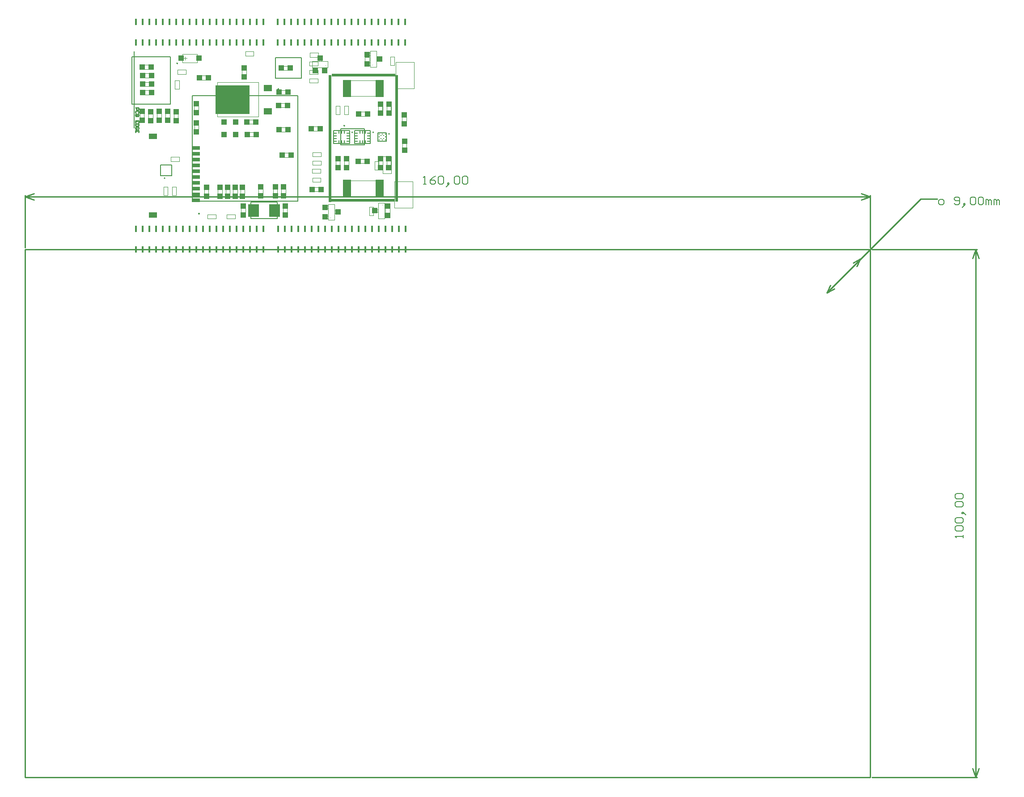
<source format=gbp>
G04*
G04 #@! TF.GenerationSoftware,Altium Limited,Altium Designer,24.4.1 (13)*
G04*
G04 Layer_Color=128*
%FSLAX44Y44*%
%MOMM*%
G71*
G04*
G04 #@! TF.SameCoordinates,044CC30A-6F31-4426-BCA9-A8A858A33F02*
G04*
G04*
G04 #@! TF.FilePolarity,Positive*
G04*
G01*
G75*
%ADD10C,0.2000*%
%ADD11C,0.1270*%
%ADD12C,0.2540*%
%ADD14C,0.1500*%
%ADD15C,0.2500*%
%ADD16C,0.1524*%
%ADD17C,0.1520*%
%ADD18C,0.1000*%
%ADD19C,0.1250*%
%ADD20R,1.1000X1.0000*%
%ADD21R,1.0000X1.1000*%
%ADD22R,12.0000X0.5000*%
%ADD25R,1.6000X3.3000*%
%ADD26R,0.5000X12.0000*%
%ADD30R,0.4500X1.2000*%
%ADD73R,1.5000X1.0000*%
%ADD74R,1.6000X0.7000*%
%ADD75R,1.0000X1.0000*%
%ADD76R,1.0000X1.0000*%
%ADD77R,1.5000X1.2000*%
%ADD78R,6.5000X5.5000*%
%ADD79R,0.4750X0.2500*%
%ADD80R,0.2500X0.4750*%
%ADD81R,2.0000X2.4000*%
%ADD82C,0.2000*%
%ADD83R,1.1000X1.1000*%
D10*
X289000Y1352250D02*
G03*
X289000Y1352250I-1000J0D01*
G01*
X265000Y1135000D02*
G03*
X265000Y1135000I-1000J0D01*
G01*
X480400Y1303650D02*
G03*
X480400Y1303650I-1000J0D01*
G01*
X330250Y1067650D02*
G03*
X330250Y1067650I-1000J0D01*
G01*
X605210Y1234250D02*
G03*
X605210Y1234250I-1000J0D01*
G01*
D11*
X202000Y1275550D02*
Y1364950D01*
Y1275550D02*
X275500D01*
Y1364950D01*
X202000D02*
X275500D01*
X206900Y1230250D02*
Y1375250D01*
X256700Y1160300D02*
X277300D01*
X256700Y1139700D02*
Y1160300D01*
Y1139700D02*
X277300D01*
Y1160300D01*
X473950Y1324150D02*
Y1363150D01*
X522950D01*
Y1324150D02*
Y1363150D01*
X473950Y1324150D02*
X522950D01*
X516750Y1091049D02*
Y1291049D01*
X316750Y1091049D02*
Y1291049D01*
X516750D01*
X316750Y1091049D02*
X516750D01*
X598000Y1228250D02*
X643000D01*
X598000Y1198250D02*
Y1228250D01*
Y1198250D02*
X643000D01*
Y1228250D01*
X654000Y1200250D02*
Y1225250D01*
X624000Y1200250D02*
X654000D01*
X624000D02*
Y1225250D01*
X654000D01*
X427750Y1090000D02*
X477750D01*
X427750Y1058000D02*
X477750D01*
Y1090000D01*
X427750Y1058000D02*
Y1090000D01*
X683800Y1204950D02*
Y1220550D01*
X668200D02*
X683800D01*
X668200Y1204950D02*
Y1220550D01*
Y1204950D02*
X683800D01*
X584500Y1225250D02*
X614500D01*
X584500Y1200250D02*
Y1225250D01*
Y1200250D02*
X614500D01*
Y1225250D01*
D12*
X1574749Y967678D02*
X1581820Y981820D01*
X1567678Y974749D02*
X1581820Y981820D01*
X1550000Y950000D02*
X1695964Y1095964D01*
X1727251D01*
X1518180Y918180D02*
X1525251Y932322D01*
X1518180Y918180D02*
X1532322Y925251D01*
X1518180Y918180D02*
X1550000Y950000D01*
X209000Y1268250D02*
X215094D01*
Y1265203D01*
X214078Y1264187D01*
X212047D01*
X211031Y1265203D01*
Y1268250D01*
X214078Y1258093D02*
X215094Y1259109D01*
Y1261140D01*
X214078Y1262156D01*
X210016D01*
X209000Y1261140D01*
Y1259109D01*
X210016Y1258093D01*
X215094Y1256062D02*
X209000D01*
Y1253015D01*
X210016Y1251999D01*
X211031D01*
X212047Y1253015D01*
Y1256062D01*
Y1253015D01*
X213063Y1251999D01*
X214078D01*
X215094Y1253015D01*
Y1256062D01*
Y1239811D02*
Y1243874D01*
X209000D01*
Y1239811D01*
X212047Y1243874D02*
Y1241843D01*
X215094Y1237780D02*
X209000D01*
Y1234733D01*
X210016Y1233717D01*
X214078D01*
X215094Y1234733D01*
Y1237780D01*
X214078Y1227623D02*
X215094Y1228639D01*
Y1230670D01*
X214078Y1231686D01*
X210016D01*
X209000Y1230670D01*
Y1228639D01*
X210016Y1227623D01*
X212047D01*
Y1229654D01*
X215094Y1221529D02*
Y1225592D01*
X209000D01*
Y1221529D01*
X212047Y1225592D02*
Y1223560D01*
D14*
X659750Y1221750D02*
G03*
X659750Y1221750I-750J0D01*
G01*
X689750Y1218750D02*
G03*
X689750Y1218750I-750J0D01*
G01*
X620250Y1221750D02*
G03*
X620250Y1221750I-750J0D01*
G01*
D15*
X0Y-0D02*
X1600000D01*
Y1000000D01*
X0D02*
X1600000D01*
X0Y-0D02*
Y1000000D01*
X1800000D02*
X1805667Y983000D01*
X1794333D02*
X1800000Y1000000D01*
X1794333Y17000D02*
X1800000Y-0D01*
X1805667Y17000D01*
X1800000Y500000D02*
Y1000000D01*
Y-0D02*
Y500000D01*
X1603750Y1000000D02*
X1802500D01*
X1603750Y-0D02*
X1802500D01*
X0Y1100000D02*
X17000Y1105667D01*
X0Y1100000D02*
X17000Y1094333D01*
X1583000D02*
X1600000Y1100000D01*
X1583000Y1105667D02*
X1600000Y1100000D01*
X0D02*
X800000D01*
X1600000D01*
X0Y1003750D02*
Y1102500D01*
X1600000Y1003750D02*
Y1102500D01*
D16*
X1732290Y1084443D02*
X1737288D01*
X1739787Y1086942D01*
Y1091941D01*
X1737288Y1094440D01*
X1732290D01*
X1729791Y1091941D01*
Y1086942D01*
X1732290Y1084443D01*
X1759781Y1086942D02*
X1762280Y1084443D01*
X1767279D01*
X1769778Y1086942D01*
Y1096939D01*
X1767279Y1099438D01*
X1762280D01*
X1759781Y1096939D01*
Y1094440D01*
X1762280Y1091941D01*
X1769778D01*
X1777275Y1081944D02*
X1779775Y1084443D01*
Y1086942D01*
X1777275D01*
Y1084443D01*
X1779775D01*
X1777275Y1081944D01*
X1774776Y1079445D01*
X1789771Y1096939D02*
X1792271Y1099438D01*
X1797269D01*
X1799768Y1096939D01*
Y1086942D01*
X1797269Y1084443D01*
X1792271D01*
X1789771Y1086942D01*
Y1096939D01*
X1804767D02*
X1807266Y1099438D01*
X1812264D01*
X1814763Y1096939D01*
Y1086942D01*
X1812264Y1084443D01*
X1807266D01*
X1804767Y1086942D01*
Y1096939D01*
X1819762Y1084443D02*
Y1094440D01*
X1822261D01*
X1824760Y1091941D01*
Y1084443D01*
Y1091941D01*
X1827259Y1094440D01*
X1829758Y1091941D01*
Y1084443D01*
X1834757D02*
Y1094440D01*
X1837256D01*
X1839755Y1091941D01*
Y1084443D01*
Y1091941D01*
X1842254Y1094440D01*
X1844754Y1091941D01*
Y1084443D01*
X754040Y1123361D02*
X759118D01*
X756579D01*
Y1138596D01*
X754040Y1136057D01*
X776892Y1138596D02*
X771814Y1136057D01*
X766736Y1130979D01*
Y1125901D01*
X769275Y1123361D01*
X774353D01*
X776892Y1125901D01*
Y1128440D01*
X774353Y1130979D01*
X766736D01*
X781971Y1136057D02*
X784510Y1138596D01*
X789588D01*
X792127Y1136057D01*
Y1125901D01*
X789588Y1123361D01*
X784510D01*
X781971Y1125901D01*
Y1136057D01*
X799745Y1120822D02*
X802284Y1123361D01*
Y1125901D01*
X799745D01*
Y1123361D01*
X802284D01*
X799745Y1120822D01*
X797206Y1118283D01*
X812441Y1136057D02*
X814980Y1138596D01*
X820058D01*
X822598Y1136057D01*
Y1125901D01*
X820058Y1123361D01*
X814980D01*
X812441Y1125901D01*
Y1136057D01*
X827676D02*
X830215Y1138596D01*
X835293D01*
X837833Y1136057D01*
Y1125901D01*
X835293Y1123361D01*
X830215D01*
X827676Y1125901D01*
Y1136057D01*
D17*
X1776647Y454044D02*
Y459122D01*
Y456583D01*
X1761411D01*
X1763951Y454044D01*
Y466739D02*
X1761411Y469278D01*
Y474357D01*
X1763951Y476896D01*
X1774107D01*
X1776647Y474357D01*
Y469278D01*
X1774107Y466739D01*
X1763951D01*
Y481974D02*
X1761411Y484514D01*
Y489592D01*
X1763951Y492131D01*
X1774107D01*
X1776647Y489592D01*
Y484514D01*
X1774107Y481974D01*
X1763951D01*
X1779186Y499749D02*
X1776647Y502288D01*
X1774107D01*
Y499749D01*
X1776647D01*
Y502288D01*
X1779186Y499749D01*
X1781725Y497210D01*
X1763951Y512445D02*
X1761411Y514984D01*
Y520062D01*
X1763951Y522601D01*
X1774107D01*
X1776647Y520062D01*
Y514984D01*
X1774107Y512445D01*
X1763951D01*
Y527680D02*
X1761411Y530219D01*
Y535297D01*
X1763951Y537836D01*
X1774107D01*
X1776647Y535297D01*
Y530219D01*
X1774107Y527680D01*
X1763951D01*
D18*
X345250Y1058250D02*
Y1066250D01*
Y1058250D02*
X361250D01*
Y1066250D01*
X345250D02*
X361250D01*
X643750Y1348250D02*
Y1364250D01*
X651750D01*
Y1348250D02*
Y1364250D01*
X643750Y1348250D02*
X651750D01*
X283750Y1303750D02*
X291750D01*
Y1319750D01*
X283750D02*
X291750D01*
X283750Y1303750D02*
Y1319750D01*
X608500Y1100750D02*
X672500D01*
X608500D02*
Y1130750D01*
X672500D01*
Y1100750D02*
Y1130750D01*
X608500Y1290000D02*
X672500D01*
X608500D02*
Y1320000D01*
X672500D01*
Y1290000D02*
Y1320000D01*
X544000Y1127750D02*
Y1135750D01*
Y1127750D02*
X560000D01*
Y1135750D01*
X544000D02*
X560000D01*
X734250Y1079000D02*
Y1129000D01*
X699250Y1079000D02*
Y1129000D01*
X734250D01*
X699250Y1079000D02*
X734250D01*
X701500Y1304500D02*
X736500D01*
X701500Y1354500D02*
X736500D01*
X701500Y1304500D02*
Y1354500D01*
X736500Y1304500D02*
Y1354500D01*
X397750Y1058250D02*
Y1066250D01*
X381750D02*
X397750D01*
X381750Y1058250D02*
Y1066250D01*
Y1058250D02*
X397750D01*
X560250Y1109750D02*
Y1117750D01*
X544250D02*
X560250D01*
X544250Y1109750D02*
Y1117750D01*
Y1109750D02*
X560250D01*
X631750Y1252500D02*
X647750D01*
X631750D02*
Y1260500D01*
X647750D01*
Y1252500D02*
Y1260500D01*
X417000Y1366750D02*
X433000D01*
X417000Y1374750D02*
X433000D01*
X417000Y1366750D02*
Y1374750D01*
X433000Y1366750D02*
Y1374750D01*
X538750Y1339750D02*
X554750D01*
X538750Y1331750D02*
X554750D01*
Y1339750D01*
X538750Y1331750D02*
Y1339750D01*
Y1315750D02*
X554750D01*
X538750Y1323750D02*
X554750D01*
X538750Y1315750D02*
Y1323750D01*
X554750Y1315750D02*
Y1323750D01*
X539250Y1364250D02*
X555250D01*
X539250D02*
Y1372250D01*
X555250D01*
Y1364250D02*
Y1372250D01*
X538750Y1355750D02*
X554750D01*
Y1347750D02*
Y1355750D01*
X538750Y1347750D02*
X554750D01*
X538750D02*
Y1355750D01*
X288750Y1340000D02*
X304750D01*
Y1332000D02*
Y1340000D01*
X288750Y1332000D02*
X304750D01*
X288750D02*
Y1340000D01*
X276000Y1167000D02*
X292000D01*
X276000Y1175000D02*
X292000D01*
X276000Y1167000D02*
Y1175000D01*
X292000Y1167000D02*
Y1175000D01*
X588250Y1271750D02*
X596250D01*
X588250Y1255750D02*
X596250D01*
X588250D02*
Y1271750D01*
X596250Y1255750D02*
Y1271750D01*
X604250D02*
X612250D01*
X604250Y1255750D02*
X612250D01*
X604250D02*
Y1271750D01*
X612250Y1255750D02*
Y1271750D01*
X647000Y1163000D02*
Y1171000D01*
X631000D02*
X647000D01*
X631000Y1163000D02*
Y1171000D01*
Y1163000D02*
X647000D01*
X685250Y1274500D02*
X693250D01*
X685250Y1258500D02*
X693250D01*
X685250D02*
Y1274500D01*
X693250Y1258500D02*
Y1274500D01*
X668750D02*
X676750D01*
X668750Y1258500D02*
X676750D01*
X668750D02*
Y1274500D01*
X676750Y1258500D02*
Y1274500D01*
X543750Y1144500D02*
Y1152500D01*
Y1144500D02*
X559750D01*
Y1152500D01*
X543750D02*
X559750D01*
X544500Y1159750D02*
Y1167750D01*
Y1159750D02*
X560500D01*
Y1167750D01*
X544500D02*
X560500D01*
X544250Y1175750D02*
Y1183750D01*
Y1175750D02*
X560250D01*
Y1183750D01*
X544250D02*
X560250D01*
X677500Y1176000D02*
X693500D01*
X677500Y1144000D02*
X693500D01*
X677500D02*
Y1176000D01*
X693500Y1144000D02*
Y1176000D01*
X661750Y1167000D02*
X669750D01*
X661750Y1151000D02*
X669750D01*
X661750D02*
Y1167000D01*
X669750Y1151000D02*
Y1167000D01*
X691750Y1364750D02*
X699750D01*
X691750Y1348750D02*
Y1364750D01*
Y1348750D02*
X699750D01*
Y1364750D01*
X262250Y1102750D02*
X270250D01*
X262250Y1118750D02*
X270250D01*
Y1102750D02*
Y1118750D01*
X262250Y1102750D02*
Y1118750D01*
X278500Y1102750D02*
X286500D01*
X278500Y1118750D02*
X286500D01*
Y1102750D02*
Y1118750D01*
X278500Y1102750D02*
Y1118750D01*
X651750Y1080250D02*
X659750D01*
X651750Y1064250D02*
Y1080250D01*
Y1064250D02*
X659750D01*
Y1080250D01*
X682750Y1064750D02*
X690750D01*
Y1080750D01*
X682750D02*
X690750D01*
X682750Y1064750D02*
Y1080750D01*
X543500Y1344750D02*
X573500D01*
X543500Y1356750D02*
X573500D01*
Y1344750D02*
Y1356750D01*
X543500Y1344750D02*
Y1356750D01*
X560975Y1362750D02*
X560975Y1356750D01*
X555975Y1362750D02*
X560975D01*
X555975Y1356750D02*
X555975Y1362750D01*
X546450Y1344750D02*
X546450Y1338750D01*
X551450D01*
X551450Y1344750D01*
X570500Y1338750D02*
X570500Y1344750D01*
X565500Y1338750D02*
X570500D01*
X565500Y1344750D02*
X565500Y1338750D01*
X680500Y1058250D02*
Y1088250D01*
X668500Y1058250D02*
Y1088250D01*
X680500D01*
X668500Y1058250D02*
X680500D01*
X662500Y1075725D02*
X668500Y1075725D01*
X662500Y1070725D02*
Y1075725D01*
Y1070725D02*
X668500Y1070725D01*
X680500Y1061200D02*
X686500Y1061200D01*
Y1066200D01*
X680500Y1066200D02*
X686500Y1066200D01*
X680500Y1085250D02*
X686500Y1085250D01*
Y1080250D02*
Y1085250D01*
X680500Y1080250D02*
X686500Y1080250D01*
X574250Y1055750D02*
Y1085750D01*
X586250Y1055750D02*
Y1085750D01*
X574250Y1055750D02*
X586250D01*
X574250Y1085750D02*
X586250D01*
Y1068275D02*
X592250Y1068275D01*
Y1073275D01*
X586250Y1073275D02*
X592250Y1073275D01*
X568250Y1082800D02*
X574250Y1082800D01*
X568250Y1077800D02*
Y1082800D01*
Y1077800D02*
X574250Y1077800D01*
X568250Y1058750D02*
X574250Y1058750D01*
X568250Y1058750D02*
Y1063750D01*
X574250Y1063750D01*
X653750Y1345500D02*
Y1375500D01*
X665750Y1345500D02*
Y1375500D01*
X653750Y1345500D02*
X665750D01*
X653750Y1375500D02*
X665750D01*
Y1358025D02*
X671750Y1358025D01*
Y1363025D01*
X665750Y1363025D02*
X671750Y1363025D01*
X647750Y1372550D02*
X653750Y1372550D01*
X647750Y1367550D02*
Y1372550D01*
Y1367550D02*
X653750Y1367550D01*
X647750Y1348500D02*
X653750Y1348500D01*
X647750Y1348500D02*
Y1353500D01*
X653750Y1353500D01*
X298250Y1370250D02*
X326250D01*
X298250Y1354250D02*
X326250D01*
X331250Y1366250D02*
X331250Y1358250D01*
X326250D02*
X331250D01*
X326250Y1366250D02*
X331250D01*
X303250Y1359250D02*
Y1365250D01*
X300250Y1362250D02*
X306250D01*
X298250Y1354250D02*
Y1370250D01*
X326250Y1354250D02*
Y1370250D01*
X293250Y1358250D02*
X298250D01*
X293250Y1366250D02*
X298250D01*
X293250D02*
X293250Y1358250D01*
X608500Y1130750D02*
X672500D01*
X608500Y1100750D02*
Y1130750D01*
Y1100750D02*
X672500D01*
Y1130750D01*
X608500Y1320000D02*
X672500D01*
X608500Y1290000D02*
Y1320000D01*
Y1290000D02*
X672500D01*
Y1320000D01*
X409250Y1081750D02*
X417250D01*
X409250Y1065750D02*
X417250D01*
Y1081750D01*
X409250Y1065750D02*
Y1081750D01*
X233750Y1244250D02*
X241750D01*
X233750D02*
Y1260250D01*
X241750D01*
Y1244250D02*
Y1260250D01*
X250000Y1244750D02*
X258000D01*
X250000D02*
Y1260750D01*
X258000D01*
Y1244750D02*
Y1260750D01*
X480750Y1269000D02*
Y1277000D01*
X496750Y1269000D02*
Y1277000D01*
X480750D02*
X496750D01*
X480750Y1269000D02*
X496750D01*
X364300Y1251250D02*
X441800D01*
X364300Y1316250D02*
X441800D01*
X364300Y1251250D02*
Y1316250D01*
X441800Y1251250D02*
Y1316250D01*
X407750Y1117000D02*
X415750D01*
Y1101000D02*
Y1117000D01*
X407750Y1101000D02*
X415750D01*
X407750D02*
Y1117000D01*
X647750Y1252500D02*
Y1260500D01*
X631750Y1252500D02*
X647750D01*
X631750D02*
Y1260500D01*
X647750D01*
X647000Y1163000D02*
Y1171000D01*
X631000Y1163000D02*
X647000D01*
X631000D02*
Y1171000D01*
X647000D01*
X281750Y1260500D02*
X289750D01*
X281750Y1244500D02*
X289750D01*
Y1260500D01*
X281750Y1244500D02*
Y1260500D01*
X488500Y1065750D02*
Y1081750D01*
X496500Y1065750D02*
Y1081750D01*
X488500Y1065750D02*
X496500D01*
X488500Y1081750D02*
X496500D01*
X420500Y1245500D02*
X436500D01*
X420500Y1237500D02*
Y1245500D01*
Y1237500D02*
X436500D01*
Y1245500D01*
X402000Y1101500D02*
Y1117500D01*
X394000D02*
X402000D01*
X394000Y1101500D02*
Y1117500D01*
Y1101500D02*
X402000D01*
X387750Y1101500D02*
Y1117500D01*
X379750D02*
X387750D01*
X379750Y1101500D02*
Y1117500D01*
Y1101500D02*
X387750D01*
X373000Y1101250D02*
Y1117250D01*
X365000D02*
X373000D01*
X365000Y1101250D02*
Y1117250D01*
Y1101250D02*
X373000D01*
X612750Y1155500D02*
Y1171500D01*
X604750Y1155500D02*
Y1171500D01*
X612750D01*
X604750Y1155500D02*
X612750D01*
X596250D02*
Y1171500D01*
X588250Y1155500D02*
Y1171500D01*
X596250D01*
X588250Y1155500D02*
X596250D01*
X542250Y1224500D02*
X558250D01*
X542250Y1232500D02*
X558250D01*
Y1224500D02*
Y1232500D01*
X542250Y1224500D02*
Y1232500D01*
X481000Y1230750D02*
X497000D01*
X481000Y1222750D02*
X497000D01*
X481000D02*
Y1230750D01*
X497000Y1222750D02*
Y1230750D01*
X669000Y1258500D02*
Y1274500D01*
X677000Y1258500D02*
Y1274500D01*
X669000Y1258500D02*
X677000D01*
X669000Y1274500D02*
X677000D01*
X684925Y1258476D02*
Y1274477D01*
X692925Y1258476D02*
Y1274477D01*
X684925Y1258476D02*
X692925D01*
X684925Y1274477D02*
X692925D01*
X266000Y1244750D02*
Y1260750D01*
Y1244750D02*
X274000D01*
Y1260750D01*
X266000D02*
X274000D01*
X225500Y1244750D02*
Y1260750D01*
X217500D02*
X225500D01*
X217500Y1244750D02*
Y1260750D01*
Y1244750D02*
X225500D01*
X222750Y1317000D02*
X238750D01*
X222750Y1309000D02*
Y1317000D01*
Y1309000D02*
X238750D01*
Y1317000D01*
X222500Y1349500D02*
X238500D01*
X222500Y1341500D02*
Y1349500D01*
Y1341500D02*
X238500D01*
Y1349500D01*
X222750Y1301000D02*
X238750D01*
X222750Y1293000D02*
Y1301000D01*
Y1293000D02*
X238750D01*
Y1301000D01*
X222750Y1333250D02*
X238750D01*
X222750Y1325250D02*
Y1333250D01*
Y1325250D02*
X238750D01*
Y1333250D01*
X339500Y1101250D02*
Y1117250D01*
X347500Y1101250D02*
Y1117250D01*
X339500Y1101250D02*
X347500D01*
X339500Y1117250D02*
X347500D01*
X487250Y1174750D02*
X503250D01*
X487250Y1182750D02*
X503250D01*
Y1174750D02*
Y1182750D01*
X487250Y1174750D02*
Y1182750D01*
X485500Y1347500D02*
X501500D01*
X485500Y1339500D02*
X501500D01*
X485500D02*
Y1347500D01*
X501500Y1339500D02*
Y1347500D01*
X481250Y1301750D02*
X497250D01*
X481250Y1293750D02*
X497250D01*
X481250D02*
Y1301750D01*
X497250Y1293750D02*
Y1301750D01*
X450000Y1102000D02*
Y1118000D01*
X442000Y1102000D02*
Y1118000D01*
X450000D01*
X442000Y1102000D02*
X450000D01*
X543999Y1117750D02*
X560000D01*
X543999Y1109750D02*
X560000D01*
X543999D02*
Y1117750D01*
X560000Y1109750D02*
Y1117750D01*
X330750Y1321250D02*
X346750D01*
X330750Y1329250D02*
X346750D01*
Y1321250D02*
Y1329250D01*
X330750Y1321250D02*
Y1329250D01*
X328500Y1223000D02*
Y1239000D01*
X320500Y1223000D02*
Y1239000D01*
X328500D01*
X320500Y1223000D02*
X328500D01*
X419000Y1327500D02*
Y1343500D01*
X411000Y1327500D02*
Y1343500D01*
X419000D01*
X411000Y1327500D02*
X419000D01*
X320250Y1259750D02*
Y1275750D01*
X328250Y1259750D02*
Y1275750D01*
X320250Y1259750D02*
X328250D01*
X320250Y1275750D02*
X328250D01*
X469750Y1102000D02*
Y1118000D01*
X477750Y1102000D02*
Y1118000D01*
X469750Y1102000D02*
X477750D01*
X469750Y1118000D02*
X477750D01*
X677000Y1155750D02*
Y1171750D01*
X669000Y1155750D02*
Y1171750D01*
X677000D01*
X669000Y1155750D02*
X677000D01*
X485250Y1102000D02*
Y1118000D01*
X493250Y1102000D02*
Y1118000D01*
X485250Y1102000D02*
X493250D01*
X485250Y1118000D02*
X493250D01*
X692750Y1155500D02*
Y1171500D01*
X684750Y1155500D02*
Y1171500D01*
X692750D01*
X684750Y1155500D02*
X692750D01*
X714500Y1188250D02*
Y1204250D01*
Y1188250D02*
X722500D01*
Y1204250D01*
X714500D02*
X722500D01*
X722000Y1238500D02*
Y1254500D01*
X714000D02*
X722000D01*
X714000Y1238500D02*
Y1254500D01*
Y1238500D02*
X722000D01*
X421000Y1221750D02*
X437000D01*
X421000Y1213750D02*
Y1221750D01*
Y1213750D02*
X437000D01*
Y1221750D01*
D19*
X570000Y1348750D02*
G03*
X570000Y1348750I-500J0D01*
G01*
X677000Y1084250D02*
G03*
X677000Y1084250I-500J0D01*
G01*
X578750Y1059750D02*
G03*
X578750Y1059750I-500J0D01*
G01*
X658250Y1349500D02*
G03*
X658250Y1349500I-500J0D01*
G01*
D20*
X497250Y1273000D02*
D03*
X480250D02*
D03*
X631250Y1256500D02*
D03*
X648250D02*
D03*
X630500Y1167000D02*
D03*
X647500D02*
D03*
X437000Y1241500D02*
D03*
X420000D02*
D03*
X541750Y1228500D02*
D03*
X558750D02*
D03*
X497500Y1226750D02*
D03*
X480500D02*
D03*
X239250Y1313000D02*
D03*
X222250D02*
D03*
X239000Y1345500D02*
D03*
X222000D02*
D03*
X239250Y1297000D02*
D03*
X222250D02*
D03*
X239250Y1329250D02*
D03*
X222250D02*
D03*
X486750Y1178750D02*
D03*
X503750D02*
D03*
X502000Y1343500D02*
D03*
X485000D02*
D03*
X497750Y1297750D02*
D03*
X480750D02*
D03*
X560500Y1113750D02*
D03*
X543500D02*
D03*
X330250Y1325250D02*
D03*
X347250D02*
D03*
X437500Y1217750D02*
D03*
X420500D02*
D03*
D21*
X413250Y1065250D02*
D03*
Y1082250D02*
D03*
X237750Y1260750D02*
D03*
Y1243750D02*
D03*
X254000Y1261250D02*
D03*
Y1244250D02*
D03*
X411750Y1100500D02*
D03*
Y1117500D02*
D03*
X285750Y1244000D02*
D03*
Y1261000D02*
D03*
X492500Y1082250D02*
D03*
Y1065250D02*
D03*
X398000Y1101000D02*
D03*
Y1118000D02*
D03*
X383750Y1101000D02*
D03*
Y1118000D02*
D03*
X369000Y1100750D02*
D03*
Y1117750D02*
D03*
X608750Y1155000D02*
D03*
Y1172000D02*
D03*
X592250Y1155000D02*
D03*
Y1172000D02*
D03*
X673000Y1275000D02*
D03*
Y1258000D02*
D03*
X688925Y1274977D02*
D03*
Y1257976D02*
D03*
X270000Y1261250D02*
D03*
Y1244250D02*
D03*
X221500D02*
D03*
Y1261250D02*
D03*
X343500Y1117750D02*
D03*
Y1100750D02*
D03*
X446000Y1101500D02*
D03*
Y1118500D02*
D03*
X324500Y1222500D02*
D03*
Y1239500D02*
D03*
X415000Y1327000D02*
D03*
Y1344000D02*
D03*
X324250Y1276250D02*
D03*
Y1259250D02*
D03*
X473750Y1118500D02*
D03*
Y1101500D02*
D03*
X673000Y1155250D02*
D03*
Y1172250D02*
D03*
X489250Y1118500D02*
D03*
Y1101500D02*
D03*
X688750Y1155000D02*
D03*
Y1172000D02*
D03*
X718500Y1204750D02*
D03*
Y1187750D02*
D03*
X718000Y1238000D02*
D03*
Y1255000D02*
D03*
D22*
X640611Y1330315D02*
D03*
X640000Y1092750D02*
D03*
D25*
X609500Y1115750D02*
D03*
X671500D02*
D03*
X609500Y1305000D02*
D03*
X671500D02*
D03*
D26*
X703161Y1150451D02*
D03*
X703180Y1270295D02*
D03*
X577431Y1150020D02*
D03*
X577450Y1269864D02*
D03*
D30*
X451150Y1000000D02*
D03*
X438450D02*
D03*
X425750D02*
D03*
X413050D02*
D03*
X400350D02*
D03*
X362250D02*
D03*
X374950D02*
D03*
X387650D02*
D03*
X349550D02*
D03*
X336850D02*
D03*
X324150D02*
D03*
X311450D02*
D03*
X298750D02*
D03*
X260650D02*
D03*
X273350D02*
D03*
X286050D02*
D03*
X247950D02*
D03*
X235250D02*
D03*
X222550D02*
D03*
X209850D02*
D03*
X451150Y1039000D02*
D03*
X438450D02*
D03*
X425750D02*
D03*
X413050D02*
D03*
X400350D02*
D03*
X362250D02*
D03*
X374950D02*
D03*
X387650D02*
D03*
X349550D02*
D03*
X336850D02*
D03*
X324150D02*
D03*
X311450D02*
D03*
X298750D02*
D03*
X260650D02*
D03*
X273350D02*
D03*
X286050D02*
D03*
X247950D02*
D03*
X235250D02*
D03*
X222550D02*
D03*
X209850D02*
D03*
X451499Y1391750D02*
D03*
X438800D02*
D03*
X426100D02*
D03*
X413400D02*
D03*
X400700D02*
D03*
X362599D02*
D03*
X375299D02*
D03*
X387999D02*
D03*
X349899D02*
D03*
X337200D02*
D03*
X324500D02*
D03*
X311800D02*
D03*
X299100D02*
D03*
X261000D02*
D03*
X273699D02*
D03*
X286399D02*
D03*
X248300D02*
D03*
X235599D02*
D03*
X222899D02*
D03*
X210200D02*
D03*
X451499Y1430750D02*
D03*
X438800D02*
D03*
X426100D02*
D03*
X413400D02*
D03*
X400700D02*
D03*
X362599D02*
D03*
X375299D02*
D03*
X387999D02*
D03*
X349899D02*
D03*
X337200D02*
D03*
X324500D02*
D03*
X311800D02*
D03*
X299100D02*
D03*
X261000D02*
D03*
X273699D02*
D03*
X286399D02*
D03*
X248300D02*
D03*
X235599D02*
D03*
X222899D02*
D03*
X210200D02*
D03*
X720099Y1000000D02*
D03*
X707399D02*
D03*
X694699D02*
D03*
X681999D02*
D03*
X669299D02*
D03*
X631199D02*
D03*
X643899D02*
D03*
X656599D02*
D03*
X618499D02*
D03*
X605799D02*
D03*
X593099D02*
D03*
X580399D02*
D03*
X567699D02*
D03*
X529599D02*
D03*
X542299D02*
D03*
X554999D02*
D03*
X516899D02*
D03*
X504199D02*
D03*
X491499D02*
D03*
X478799D02*
D03*
X720099Y1039000D02*
D03*
X707399D02*
D03*
X694699D02*
D03*
X681999D02*
D03*
X669299D02*
D03*
X631199D02*
D03*
X643899D02*
D03*
X656599D02*
D03*
X618499D02*
D03*
X605799D02*
D03*
X593099D02*
D03*
X580399D02*
D03*
X567699D02*
D03*
X529599D02*
D03*
X542299D02*
D03*
X554999D02*
D03*
X516899D02*
D03*
X504199D02*
D03*
X491499D02*
D03*
X478799D02*
D03*
X719900Y1391750D02*
D03*
X707200D02*
D03*
X694500D02*
D03*
X681800D02*
D03*
X669100D02*
D03*
X631000D02*
D03*
X643700D02*
D03*
X656400D02*
D03*
X618300D02*
D03*
X605600D02*
D03*
X592900D02*
D03*
X580200D02*
D03*
X567500D02*
D03*
X529400D02*
D03*
X542100D02*
D03*
X554800D02*
D03*
X516700D02*
D03*
X504000D02*
D03*
X491300D02*
D03*
X478600D02*
D03*
X719900Y1430750D02*
D03*
X707200D02*
D03*
X694500D02*
D03*
X681800D02*
D03*
X669100D02*
D03*
X631000D02*
D03*
X643700D02*
D03*
X656400D02*
D03*
X618300D02*
D03*
X605600D02*
D03*
X592900D02*
D03*
X580200D02*
D03*
X567500D02*
D03*
X529400D02*
D03*
X542100D02*
D03*
X554800D02*
D03*
X516700D02*
D03*
X504000D02*
D03*
X491300D02*
D03*
X478600D02*
D03*
D73*
X241750Y1065250D02*
D03*
Y1213750D02*
D03*
D74*
X323000Y1191750D02*
D03*
Y1180750D02*
D03*
Y1103750D02*
D03*
Y1114750D02*
D03*
Y1125750D02*
D03*
Y1136750D02*
D03*
Y1147750D02*
D03*
Y1158750D02*
D03*
Y1169750D02*
D03*
Y1092750D02*
D03*
D75*
X558500Y1362750D02*
D03*
X567500Y1338750D02*
D03*
X549500D02*
D03*
D76*
X662500Y1073250D02*
D03*
X686500Y1082250D02*
D03*
Y1064250D02*
D03*
X592250Y1070750D02*
D03*
X568250Y1061750D02*
D03*
Y1079750D02*
D03*
X671750Y1360500D02*
D03*
X647750Y1351500D02*
D03*
Y1369500D02*
D03*
X329250Y1362250D02*
D03*
X295250D02*
D03*
D77*
X459425Y1305975D02*
D03*
Y1261525D02*
D03*
D78*
X392750Y1283750D02*
D03*
D79*
X650625Y1215250D02*
D03*
Y1210250D02*
D03*
Y1205250D02*
D03*
Y1220250D02*
D03*
X627375Y1215250D02*
D03*
Y1210250D02*
D03*
Y1205250D02*
D03*
Y1220250D02*
D03*
X587875D02*
D03*
Y1205250D02*
D03*
Y1210250D02*
D03*
Y1215250D02*
D03*
X611125Y1220250D02*
D03*
Y1205250D02*
D03*
Y1210250D02*
D03*
Y1215250D02*
D03*
D80*
X639000Y1221875D02*
D03*
X644000D02*
D03*
X634000D02*
D03*
X639000Y1203625D02*
D03*
X644000D02*
D03*
X634000D02*
D03*
X594500D02*
D03*
X604500D02*
D03*
X599500D02*
D03*
X594500Y1221875D02*
D03*
X604500D02*
D03*
X599500D02*
D03*
D81*
X472750Y1074000D02*
D03*
X432750D02*
D03*
D82*
X673520Y1210270D02*
D03*
Y1215930D02*
D03*
X670690Y1207440D02*
D03*
Y1213100D02*
D03*
Y1218760D02*
D03*
X679180Y1210270D02*
D03*
Y1215930D02*
D03*
X676350Y1207440D02*
D03*
X682010D02*
D03*
Y1213100D02*
D03*
Y1218760D02*
D03*
X676350D02*
D03*
D83*
X398500Y1241000D02*
D03*
X376500D02*
D03*
X398750Y1217750D02*
D03*
X376750D02*
D03*
M02*

</source>
